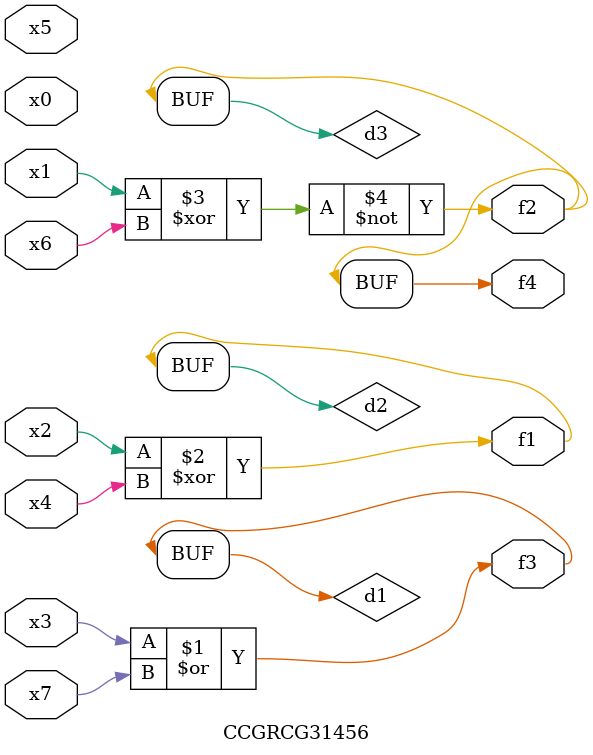
<source format=v>
module CCGRCG31456(
	input x0, x1, x2, x3, x4, x5, x6, x7,
	output f1, f2, f3, f4
);

	wire d1, d2, d3;

	or (d1, x3, x7);
	xor (d2, x2, x4);
	xnor (d3, x1, x6);
	assign f1 = d2;
	assign f2 = d3;
	assign f3 = d1;
	assign f4 = d3;
endmodule

</source>
